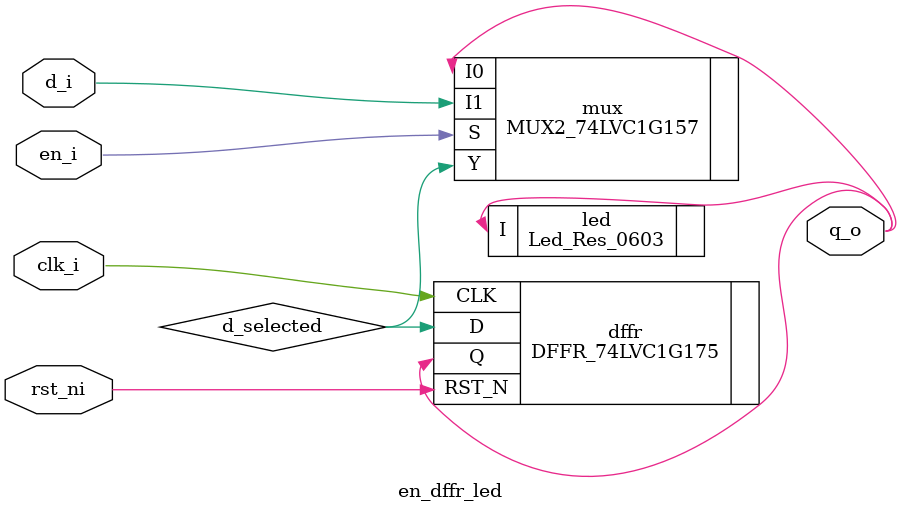
<source format=v>

module en_dffr_led (
  input  en_i,
  input  clk_i,
  input  rst_ni,
  input  d_i,
  output q_o
);
  wire d_selected;

  MUX2_74LVC1G157 mux (
    .I0 ( q_o        ),
    .I1 ( d_i        ),
    .S  ( en_i       ),
    .Y  ( d_selected )
  );

  DFFR_74LVC1G175 dffr (
    .CLK   ( clk_i      ),
    .D     ( d_selected ),
    .RST_N ( rst_ni     ),
    .Q     ( q_o        )
  );

  Led_Res_0603 led (
    .I   ( q_o )
  );
endmodule

</source>
